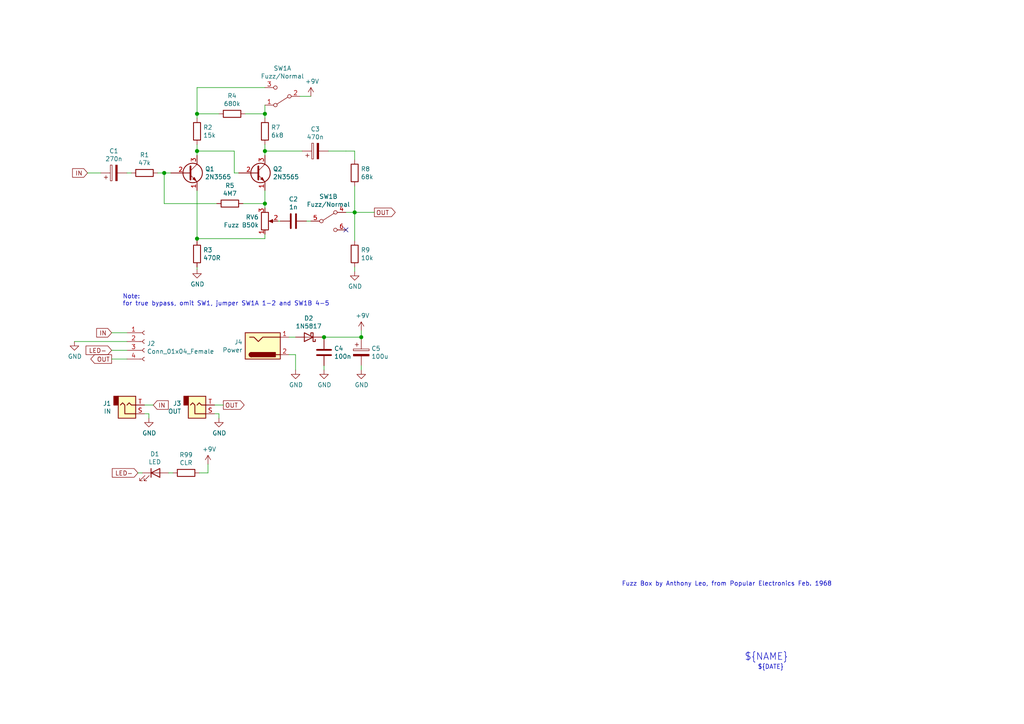
<source format=kicad_sch>
(kicad_sch (version 20200820) (host eeschema "(5.99.0-2965-g3673c2369)")
  (page 1 1)
  (paper "A4")
  (lib_symbols
    (symbol "Connector:AudioJack2" (pin_names (offset 0.508))
      (property "Reference" "J" (at 0 8.89 0))
      (property "Value" "AudioJack2" (at 0 6.35 0))
      (symbol "AudioJack2_0_1"
        (rectangle (start -3.81 0) (end -2.54 -2.54) (stroke (width 0.254)) (fill (type outline)))
        (rectangle (start -2.54 3.81) (end 2.54 -2.54) (stroke (width 0.254)) (fill (type background)))
        (polyline (pts (xy 0 0) (xy 0.635 -0.635) (xy 1.27 0) (xy 2.54 0)) (stroke (width 0.254)))
        (polyline (pts (xy 2.54 2.54) (xy -0.635 2.54) (xy -0.635 0) (xy -1.27 -0.635) (xy -1.905 0)) (stroke (width 0.254)))
      )
      (symbol "AudioJack2_1_1"
        (pin passive line (at 5.08 2.54 180) (length 2.54) (name "~") (number "S"))
        (pin passive line (at 5.08 0 180) (length 2.54) (name "~") (number "T"))
      )
    )
    (symbol "Connector:Conn_01x04_Female" (pin_names hide)
      (property "Reference" "J" (at 0 5.08 0))
      (property "Value" "Conn_01x04_Female" (at 0 -7.62 0))
      (symbol "Conn_01x04_Female_1_1"
        (arc (start 0 -4.572) (end 0 -5.588) (radius (at 0 -5.08) (length 0.508) (angles 90.1 -90.1)) (stroke (width 0.1524)))
        (arc (start 0 -2.032) (end 0 -3.048) (radius (at 0 -2.54) (length 0.508) (angles 90.1 -90.1)) (stroke (width 0.1524)))
        (arc (start 0 0.508) (end 0 -0.508) (radius (at 0 0) (length 0.508) (angles 90.1 -90.1)) (stroke (width 0.1524)))
        (arc (start 0 3.048) (end 0 2.032) (radius (at 0 2.54) (length 0.508) (angles 90.1 -90.1)) (stroke (width 0.1524)))
        (polyline (pts (xy -1.27 -5.08) (xy -0.508 -5.08)) (stroke (width 0.1524)))
        (polyline (pts (xy -1.27 -2.54) (xy -0.508 -2.54)) (stroke (width 0.1524)))
        (polyline (pts (xy -1.27 0) (xy -0.508 0)) (stroke (width 0.1524)))
        (polyline (pts (xy -1.27 2.54) (xy -0.508 2.54)) (stroke (width 0.1524)))
        (pin passive line (at -5.08 2.54 0) (length 3.81) (name "Pin_1") (number "1"))
        (pin passive line (at -5.08 0 0) (length 3.81) (name "Pin_2") (number "2"))
        (pin passive line (at -5.08 -2.54 0) (length 3.81) (name "Pin_3") (number "3"))
        (pin passive line (at -5.08 -5.08 0) (length 3.81) (name "Pin_4") (number "4"))
      )
    )
    (symbol "Device:C" (pin_numbers hide) (pin_names (offset 0.254))
      (property "Reference" "C" (at 0.635 2.54 0))
      (property "Value" "C" (at 0.635 -2.54 0))
      (symbol "C_0_1"
        (polyline (pts (xy -2.032 -0.762) (xy 2.032 -0.762)) (stroke (width 0.508)))
        (polyline (pts (xy -2.032 0.762) (xy 2.032 0.762)) (stroke (width 0.508)))
      )
      (symbol "C_1_1"
        (pin passive line (at 0 3.81 270) (length 2.794) (name "~") (number "1"))
        (pin passive line (at 0 -3.81 90) (length 2.794) (name "~") (number "2"))
      )
    )
    (symbol "Device:CP" (pin_numbers hide) (pin_names (offset 0.254))
      (property "Reference" "C" (at 0.635 2.54 0))
      (property "Value" "CP" (at 0.635 -2.54 0))
      (symbol "CP_0_1"
        (rectangle (start -2.286 0.508) (end 2.286 1.016))
        (rectangle (start 2.286 -0.508) (end -2.286 -1.016) (fill (type outline)))
        (polyline (pts (xy -1.778 2.286) (xy -0.762 2.286)))
        (polyline (pts (xy -1.27 2.794) (xy -1.27 1.778)))
      )
      (symbol "CP_1_1"
        (pin passive line (at 0 3.81 270) (length 2.794) (name "~") (number "1"))
        (pin passive line (at 0 -3.81 90) (length 2.794) (name "~") (number "2"))
      )
    )
    (symbol "Device:LED" (pin_numbers hide) (pin_names hide)
      (property "Reference" "D" (at 0 2.54 0))
      (property "Value" "LED" (at 0 -2.54 0))
      (symbol "LED_0_1"
        (polyline (pts (xy -1.27 -1.27) (xy -1.27 1.27)) (stroke (width 0.254)))
        (polyline (pts (xy -1.27 0) (xy 1.27 0)))
        (polyline (pts (xy 1.27 -1.27) (xy 1.27 1.27) (xy -1.27 0) (xy 1.27 -1.27)) (stroke (width 0.254)))
        (polyline (pts (xy -3.048 -0.762) (xy -4.572 -2.286) (xy -3.81 -2.286) (xy -4.572 -2.286) (xy -4.572 -1.524)))
        (polyline (pts (xy -1.778 -0.762) (xy -3.302 -2.286) (xy -2.54 -2.286) (xy -3.302 -2.286) (xy -3.302 -1.524)))
      )
      (symbol "LED_1_1"
        (pin passive line (at -3.81 0 0) (length 2.54) (name "K") (number "1"))
        (pin passive line (at 3.81 0 180) (length 2.54) (name "A") (number "2"))
      )
    )
    (symbol "Device:R" (pin_numbers hide) (pin_names (offset 0))
      (property "Reference" "R" (at 2.032 0 90))
      (property "Value" "R" (at 0 0 90))
      (symbol "R_0_1"
        (rectangle (start -1.016 -2.54) (end 1.016 2.54) (stroke (width 0.254)))
      )
      (symbol "R_1_1"
        (pin passive line (at 0 3.81 270) (length 1.27) (name "~") (number "1"))
        (pin passive line (at 0 -3.81 90) (length 1.27) (name "~") (number "2"))
      )
    )
    (symbol "Device:R_POT" (pin_names hide)
      (property "Reference" "RV" (at -4.445 0 90))
      (property "Value" "R_POT" (at -2.54 0 90))
      (symbol "R_POT_0_1"
        (rectangle (start 1.016 2.54) (end -1.016 -2.54) (stroke (width 0.254)))
        (polyline (pts (xy 2.54 0) (xy 1.524 0)))
        (polyline (pts (xy 1.143 0) (xy 2.286 0.508) (xy 2.286 -0.508) (xy 1.143 0)) (fill (type outline)))
      )
      (symbol "R_POT_1_1"
        (pin passive line (at 0 3.81 270) (length 1.27) (name "1") (number "1"))
        (pin passive line (at 3.81 0 180) (length 1.27) (name "2") (number "2"))
        (pin passive line (at 0 -3.81 90) (length 1.27) (name "3") (number "3"))
      )
    )
    (symbol "Diode:1N5817" (pin_numbers hide) (pin_names hide)
      (property "Reference" "D" (at 0 2.54 0))
      (property "Value" "1N5817" (at 0 -2.54 0))
      (symbol "1N5817_0_1"
        (polyline (pts (xy 1.27 0) (xy -1.27 0)))
        (polyline (pts (xy 1.27 1.27) (xy 1.27 -1.27) (xy -1.27 0) (xy 1.27 1.27)) (stroke (width 0.254)))
        (polyline (pts (xy -1.905 0.635) (xy -1.905 1.27) (xy -1.27 1.27) (xy -1.27 -1.27) (xy -0.635 -1.27) (xy -0.635 -0.635)) (stroke (width 0.254)))
      )
      (symbol "1N5817_1_1"
        (pin passive line (at -3.81 0 0) (length 2.54) (name "K") (number "1"))
        (pin passive line (at 3.81 0 180) (length 2.54) (name "A") (number "2"))
      )
    )
    (symbol "Switch:SW_DPDT_x2" (pin_names (offset 0) hide)
      (property "Reference" "SW" (at 0 4.318 0))
      (property "Value" "SW_DPDT_x2" (at 0 -5.08 0))
      (symbol "SW_DPDT_x2_0_0"
        (circle (center -2.032 0) (radius 0.508))
        (circle (center 2.032 -2.54) (radius 0.508))
      )
      (symbol "SW_DPDT_x2_0_1"
        (circle (center 2.032 2.54) (radius 0.508))
        (polyline (pts (xy -1.524 0.254) (xy 1.651 2.286)))
      )
      (symbol "SW_DPDT_x2_1_1"
        (pin passive line (at 5.08 2.54 180) (length 2.54) (name "A") (number "1"))
        (pin passive line (at -5.08 0 0) (length 2.54) (name "B") (number "2"))
        (pin passive line (at 5.08 -2.54 180) (length 2.54) (name "C") (number "3"))
      )
      (symbol "SW_DPDT_x2_2_1"
        (pin passive line (at 5.08 2.54 180) (length 2.54) (name "A") (number "4"))
        (pin passive line (at -5.08 0 0) (length 2.54) (name "B") (number "5"))
        (pin passive line (at 5.08 -2.54 180) (length 2.54) (name "C") (number "6"))
      )
    )
    (symbol "Transistor_BJT:2N2219" (pin_names (offset 0) hide)
      (property "Reference" "Q" (at 5.08 1.905 0))
      (property "Value" "2N2219" (at 5.08 0 0))
      (symbol "2N2219_0_1"
        (circle (center 1.27 0) (radius 2.8194) (stroke (width 0.254)))
        (polyline (pts (xy 0.635 0.635) (xy 2.54 2.54)))
        (polyline (pts (xy 0.635 -0.635) (xy 2.54 -2.54) (xy 2.54 -2.54)))
        (polyline (pts (xy 0.635 1.905) (xy 0.635 -1.905) (xy 0.635 -1.905)) (stroke (width 0.508)))
        (polyline (pts (xy 1.27 -1.778) (xy 1.778 -1.27) (xy 2.286 -2.286) (xy 1.27 -1.778) (xy 1.27 -1.778)) (fill (type outline)))
      )
      (symbol "2N2219_1_1"
        (pin passive line (at 2.54 -5.08 90) (length 2.54) (name "E") (number "1"))
        (pin passive line (at -5.08 0 0) (length 5.715) (name "B") (number "2"))
        (pin passive line (at 2.54 5.08 270) (length 2.54) (name "C") (number "3"))
      )
    )
    (symbol "power:+9V" (power) (pin_names (offset 0))
      (property "Value" "+9V" (at 0 3.556 0))
      (symbol "+9V_0_1"
        (polyline (pts (xy -0.762 1.27) (xy 0 2.54)))
        (polyline (pts (xy 0 0) (xy 0 2.54)))
        (polyline (pts (xy 0 2.54) (xy 0.762 1.27)))
      )
      (symbol "+9V_1_1"
        (pin power_in line (at 0 0 90) (length 0) hide (name "+9V") (number "1"))
      )
    )
    (symbol "power:GND" (power) (pin_names (offset 0))
      (property "Value" "GND" (at 0 -3.81 0))
      (symbol "GND_0_1"
        (polyline (pts (xy 0 0) (xy 0 -1.27) (xy 1.27 -1.27) (xy 0 -2.54) (xy -1.27 -1.27) (xy 0 -1.27)))
      )
      (symbol "GND_1_1"
        (pin power_in line (at 0 0 270) (length 0) hide (name "GND") (number "1"))
      )
    )
    (symbol "rockola_symbols:Power_Pedal_BarrelJack"
      (property "Reference" "J" (at 0 5.334 0))
      (property "Value" "Power_Pedal_BarrelJack" (at 0 -5.08 0))
      (symbol "Power_Pedal_BarrelJack_0_1"
        (arc (start -3.302 3.175) (end -3.302 1.905) (radius (at -3.302 2.54) (length 0.635) (angles 90.1 -90.1)) (stroke (width 0.254)) (fill (type outline)))
        (arc (start -3.302 3.175) (end -3.302 1.905) (radius (at -3.302 2.54) (length 0.635) (angles 90.1 -90.1)) (stroke (width 0.254)))
        (rectangle (start -5.08 3.81) (end 5.08 -3.81) (stroke (width 0.254)) (fill (type background)))
        (rectangle (start 3.683 3.175) (end -3.302 1.905) (stroke (width 0.254)) (fill (type outline)))
        (polyline (pts (xy 5.08 2.54) (xy 3.81 2.54)) (stroke (width 0.254)))
        (polyline (pts (xy -3.81 -2.54) (xy -2.54 -2.54) (xy -1.27 -1.27) (xy 0 -2.54) (xy 2.54 -2.54) (xy 5.08 -2.54)) (stroke (width 0.254)))
      )
      (symbol "Power_Pedal_BarrelJack_1_1"
        (pin passive line (at 7.62 2.54 180) (length 2.54) (name "~") (number "2"))
        (pin passive line (at 7.62 -2.54 180) (length 2.54) (name "~") (number "1"))
      )
    )
  )
  (junction (at 47.625 50.165) (diameter 1.016))
  (junction (at 57.15 33.02) (diameter 1.016))
  (junction (at 57.15 43.815) (diameter 1.016))
  (junction (at 57.15 69.215) (diameter 1.016))
  (junction (at 76.835 33.02) (diameter 1.016))
  (junction (at 76.835 43.815) (diameter 1.016))
  (junction (at 76.835 59.055) (diameter 1.016))
  (junction (at 93.98 97.79) (diameter 1.016))
  (junction (at 102.87 61.595) (diameter 1.016))
  (junction (at 104.775 97.79) (diameter 1.016))
  (no_connect (at 100.33 66.675))
  (wire (pts (xy 21.59 99.06) (xy 36.83 99.06)))
  (wire (pts (xy 25.4 50.165) (xy 29.21 50.165)))
  (wire (pts (xy 32.385 96.52) (xy 36.83 96.52)))
  (wire (pts (xy 32.385 101.6) (xy 36.83 101.6)))
  (wire (pts (xy 32.385 104.14) (xy 36.83 104.14)))
  (wire (pts (xy 36.83 50.165) (xy 38.1 50.165)))
  (wire (pts (xy 40.005 137.16) (xy 41.275 137.16)))
  (wire (pts (xy 41.91 117.475) (xy 44.45 117.475)))
  (wire (pts (xy 43.18 120.015) (xy 41.91 120.015)))
  (wire (pts (xy 43.18 121.285) (xy 43.18 120.015)))
  (wire (pts (xy 45.72 50.165) (xy 47.625 50.165)))
  (wire (pts (xy 47.625 50.165) (xy 47.625 59.055)))
  (wire (pts (xy 47.625 50.165) (xy 49.53 50.165)))
  (wire (pts (xy 47.625 59.055) (xy 62.865 59.055)))
  (wire (pts (xy 48.895 137.16) (xy 50.165 137.16)))
  (wire (pts (xy 57.15 25.4) (xy 57.15 33.02)))
  (wire (pts (xy 57.15 33.02) (xy 57.15 34.29)))
  (wire (pts (xy 57.15 41.91) (xy 57.15 43.815)))
  (wire (pts (xy 57.15 43.815) (xy 57.15 45.085)))
  (wire (pts (xy 57.15 55.245) (xy 57.15 69.215)))
  (wire (pts (xy 57.15 69.215) (xy 57.15 69.85)))
  (wire (pts (xy 57.15 77.47) (xy 57.15 78.105)))
  (wire (pts (xy 60.325 134.62) (xy 60.325 137.16)))
  (wire (pts (xy 60.325 137.16) (xy 57.785 137.16)))
  (wire (pts (xy 62.23 117.475) (xy 64.77 117.475)))
  (wire (pts (xy 63.5 33.02) (xy 57.15 33.02)))
  (wire (pts (xy 63.5 120.015) (xy 62.23 120.015)))
  (wire (pts (xy 63.5 121.285) (xy 63.5 120.015)))
  (wire (pts (xy 67.945 43.815) (xy 57.15 43.815)))
  (wire (pts (xy 67.945 50.165) (xy 67.945 43.815)))
  (wire (pts (xy 69.215 50.165) (xy 67.945 50.165)))
  (wire (pts (xy 70.485 59.055) (xy 76.835 59.055)))
  (wire (pts (xy 76.835 25.4) (xy 57.15 25.4)))
  (wire (pts (xy 76.835 30.48) (xy 76.835 33.02)))
  (wire (pts (xy 76.835 33.02) (xy 71.12 33.02)))
  (wire (pts (xy 76.835 34.29) (xy 76.835 33.02)))
  (wire (pts (xy 76.835 41.91) (xy 76.835 43.815)))
  (wire (pts (xy 76.835 43.815) (xy 76.835 45.085)))
  (wire (pts (xy 76.835 43.815) (xy 87.63 43.815)))
  (wire (pts (xy 76.835 55.245) (xy 76.835 59.055)))
  (wire (pts (xy 76.835 59.055) (xy 76.835 60.325)))
  (wire (pts (xy 76.835 67.945) (xy 76.835 69.215)))
  (wire (pts (xy 76.835 69.215) (xy 57.15 69.215)))
  (wire (pts (xy 80.645 64.135) (xy 81.28 64.135)))
  (wire (pts (xy 83.82 97.79) (xy 85.725 97.79)))
  (wire (pts (xy 85.725 102.87) (xy 83.82 102.87)))
  (wire (pts (xy 85.725 107.315) (xy 85.725 102.87)))
  (wire (pts (xy 86.995 27.94) (xy 90.17 27.94)))
  (wire (pts (xy 88.9 64.135) (xy 90.17 64.135)))
  (wire (pts (xy 93.345 97.79) (xy 93.98 97.79)))
  (wire (pts (xy 93.98 97.79) (xy 93.98 98.425)))
  (wire (pts (xy 93.98 97.79) (xy 104.775 97.79)))
  (wire (pts (xy 93.98 106.045) (xy 93.98 107.315)))
  (wire (pts (xy 100.33 43.815) (xy 95.25 43.815)))
  (wire (pts (xy 100.33 61.595) (xy 102.87 61.595)))
  (wire (pts (xy 102.87 43.815) (xy 100.33 43.815)))
  (wire (pts (xy 102.87 46.355) (xy 102.87 43.815)))
  (wire (pts (xy 102.87 53.975) (xy 102.87 61.595)))
  (wire (pts (xy 102.87 61.595) (xy 102.87 69.85)))
  (wire (pts (xy 102.87 61.595) (xy 108.585 61.595)))
  (wire (pts (xy 102.87 77.47) (xy 102.87 78.74)))
  (wire (pts (xy 104.775 95.885) (xy 104.775 97.79)))
  (wire (pts (xy 104.775 97.79) (xy 104.775 98.425)))
  (wire (pts (xy 104.775 106.045) (xy 104.775 107.315)))
  (text "Note:\nfor true bypass, omit SW1, jumper SW1A 1-2 and SW1B 4-5" (at 35.56 88.9 0) (effects (font (size 1.27 1.27)) (justify left bottom)))
  (text "${DATE}" (at 227.33 194.31 180) (effects (font (size 1.27 1.27)) (justify right bottom)))
  (text "${NAME}" (at 228.6 191.77 180) (effects (font (size 2 2)) (justify right bottom)))
  (text "Fuzz Box by Anthony Leo, from Popular Electronics Feb. 1968" (at 241.3 170.18 0) (effects (font (size 1.27 1.27)) (justify right bottom)))
  (text "${REVISION}" (at 280.67 194.31 180) (effects (font (size 1.27 1.27)) (justify right bottom)))
  (global_label "IN" (shape input) (at 25.4 50.165 180))
  (global_label "IN" (shape input) (at 32.385 96.52 180))
  (global_label "LED-" (shape input) (at 32.385 101.6 180))
  (global_label "OUT" (shape output) (at 32.385 104.14 180))
  (global_label "LED-" (shape input) (at 40.005 137.16 180))
  (global_label "IN" (shape input) (at 44.45 117.475 0))
  (global_label "OUT" (shape output) (at 64.77 117.475 0))
  (global_label "OUT" (shape output) (at 108.585 61.595 0))
  (symbol (lib_id "power:+9V") (at 60.325 134.62 0) (unit 1)
    (property "Reference" "#PWR06" (effects hide))
    (property "Value" "+9V" (at 60.6933 130.2956 0))
  )
  (symbol (lib_id "power:+9V") (at 90.17 27.94 0) (unit 1)
    (property "Reference" "#PWR05" (effects hide))
    (property "Value" "+9V" (at 90.5383 23.6156 0))
  )
  (symbol (lib_id "power:+9V") (at 104.775 95.885 0) (unit 1)
    (property "Reference" "#PWR0101" (effects hide))
    (property "Value" "+9V" (at 105.1433 91.5606 0))
  )
  (symbol (lib_id "power:GND") (at 21.59 99.06 0) (unit 1)
    (property "Reference" "#PWR01" (effects hide))
    (property "Value" "GND" (at 21.7043 103.3844 0))
  )
  (symbol (lib_id "power:GND") (at 43.18 121.285 0) (unit 1)
    (property "Reference" "#PWR02" (effects hide))
    (property "Value" "GND" (at 43.2943 125.6094 0))
  )
  (symbol (lib_id "power:GND") (at 57.15 78.105 0) (unit 1)
    (property "Reference" "#PWR03" (effects hide))
    (property "Value" "GND" (at 57.2643 82.4294 0))
  )
  (symbol (lib_id "power:GND") (at 63.5 121.285 0) (unit 1)
    (property "Reference" "#PWR04" (effects hide))
    (property "Value" "GND" (at 63.6143 125.6094 0))
  )
  (symbol (lib_id "power:GND") (at 85.725 107.315 0) (unit 1)
    (property "Reference" "#PWR0102" (effects hide))
    (property "Value" "GND" (at 85.8393 111.6394 0))
  )
  (symbol (lib_id "power:GND") (at 93.98 107.315 0) (unit 1)
    (property "Reference" "#PWR0103" (effects hide))
    (property "Value" "GND" (at 94.0943 111.6394 0))
  )
  (symbol (lib_id "power:GND") (at 102.87 78.74 0) (unit 1)
    (property "Reference" "#PWR07" (effects hide))
    (property "Value" "GND" (at 102.9843 83.0644 0))
  )
  (symbol (lib_id "power:GND") (at 104.775 107.315 0) (unit 1)
    (property "Reference" "#PWR0104" (effects hide))
    (property "Value" "GND" (at 104.8893 111.6394 0))
  )
  (symbol (lib_id "Device:R") (at 41.91 50.165 90) (unit 1)
    (property "Reference" "R1" (at 41.91 44.9388 90))
    (property "Value" "47k" (at 41.91 47.2375 90))
    (property "Footprint" "rockola_kicad_footprints:R_DIN0207" (effects hide))
  )
  (symbol (lib_id "Device:R") (at 53.975 137.16 90) (unit 1)
    (property "Reference" "R99" (at 53.975 131.9338 90))
    (property "Value" "CLR" (at 53.975 134.2325 90))
    (property "Footprint" "rockola_kicad_footprints:R_DIN0207" (effects hide))
  )
  (symbol (lib_id "Device:R") (at 57.15 38.1 0) (unit 1)
    (property "Reference" "R2" (at 58.9281 36.9506 0) (effects (justify left)))
    (property "Value" "15k" (at 58.9281 39.2493 0) (effects (justify left)))
    (property "Footprint" "rockola_kicad_footprints:R_DIN0207" (effects hide))
  )
  (symbol (lib_id "Device:R") (at 57.15 73.66 0) (unit 1)
    (property "Reference" "R3" (at 58.9281 72.5106 0) (effects (justify left)))
    (property "Value" "470R" (at 58.9281 74.8093 0) (effects (justify left)))
    (property "Footprint" "rockola_kicad_footprints:R_DIN0207" (effects hide))
  )
  (symbol (lib_id "Device:R") (at 66.675 59.055 90) (unit 1)
    (property "Reference" "R5" (at 66.675 53.8288 90))
    (property "Value" "4M7" (at 66.675 56.1275 90))
    (property "Footprint" "rockola_kicad_footprints:R_DIN0207" (effects hide))
  )
  (symbol (lib_id "Device:R") (at 67.31 33.02 90) (unit 1)
    (property "Reference" "R4" (at 67.31 27.7938 90))
    (property "Value" "680k" (at 67.31 30.0925 90))
    (property "Footprint" "rockola_kicad_footprints:R_DIN0207" (effects hide))
  )
  (symbol (lib_id "Device:R") (at 76.835 38.1 0) (unit 1)
    (property "Reference" "R7" (at 78.6131 36.9506 0) (effects (justify left)))
    (property "Value" "6k8" (at 78.6131 39.2493 0) (effects (justify left)))
    (property "Footprint" "rockola_kicad_footprints:R_DIN0207" (effects hide))
  )
  (symbol (lib_id "Device:R") (at 102.87 50.165 0) (unit 1)
    (property "Reference" "R8" (at 104.6481 49.0156 0) (effects (justify left)))
    (property "Value" "68k" (at 104.6481 51.3143 0) (effects (justify left)))
    (property "Footprint" "rockola_kicad_footprints:R_DIN0207" (effects hide))
  )
  (symbol (lib_id "Device:R") (at 102.87 73.66 0) (unit 1)
    (property "Reference" "R9" (at 104.6481 72.5106 0) (effects (justify left)))
    (property "Value" "10k" (at 104.6481 74.8093 0) (effects (justify left)))
    (property "Footprint" "rockola_kicad_footprints:R_DIN0207" (effects hide))
  )
  (symbol (lib_id "Diode:1N5817") (at 89.535 97.79 180) (unit 1)
    (property "Reference" "D2" (at 89.535 92.3098 0))
    (property "Value" "1N5817" (at 89.535 94.6085 0))
    (property "Footprint" "Diode_THT:D_DO-41_SOD81_P10.16mm_Horizontal" (effects hide))
    (property "Datasheet" "http://www.vishay.com/docs/88525/1n5817.pdf" (effects hide))
  )
  (symbol (lib_id "Device:LED") (at 45.085 137.16 0) (unit 1)
    (property "Reference" "D1" (at 44.8945 131.6798 0))
    (property "Value" "LED" (at 44.8945 133.9785 0))
    (property "Footprint" "rockola_kicad_footprints:LED.3mm" (effects hide))
  )
  (symbol (lib_id "Device:CP") (at 33.02 50.165 90) (unit 1)
    (property "Reference" "C1" (at 33.02 43.7958 90))
    (property "Value" "270n" (at 33.02 46.0945 90))
    (property "Footprint" "rockola_kicad_footprints:C_Box_7.2_2.5" (effects hide))
  )
  (symbol (lib_id "Device:C") (at 85.09 64.135 90) (unit 1)
    (property "Reference" "C2" (at 85.09 57.7658 90))
    (property "Value" "1n" (at 85.09 60.0645 90))
    (property "Footprint" "rockola_kicad_footprints:C_Box_7.2_2.5" (effects hide))
  )
  (symbol (lib_id "Device:CP") (at 91.44 43.815 90) (unit 1)
    (property "Reference" "C3" (at 91.44 37.4458 90))
    (property "Value" "470n" (at 91.44 39.7445 90))
    (property "Footprint" "rockola_kicad_footprints:C_Box_7.2_2.5" (effects hide))
  )
  (symbol (lib_id "Device:C") (at 93.98 102.235 0) (unit 1)
    (property "Reference" "C4" (at 96.9011 101.0856 0) (effects (justify left)))
    (property "Value" "100n" (at 96.9011 103.3843 0) (effects (justify left)))
    (property "Footprint" "rockola_kicad_footprints:C_Box_7.2_2.5" (effects hide))
  )
  (symbol (lib_id "Device:CP") (at 104.775 102.235 0) (unit 1)
    (property "Reference" "C5" (at 107.6961 101.0856 0) (effects (justify left)))
    (property "Value" "100u" (at 107.6961 103.3843 0) (effects (justify left)))
    (property "Footprint" "rockola_kicad_footprints:CP_D5.0_P2.50" (effects hide))
  )
  (symbol (lib_id "Device:R_POT") (at 76.835 64.135 0) (mirror x) (unit 1)
    (property "Reference" "RV6" (at 75.0569 62.9856 0) (effects (justify right)))
    (property "Value" "Fuzz B50k" (at 75.0569 65.2843 0) (effects (justify right)))
    (property "Footprint" "potentiometers:16MM_B.MOUNT" (effects hide))
  )
  (symbol (lib_id "Connector:Conn_01x04_Female") (at 41.91 99.06 0) (unit 1)
    (property "Reference" "J2" (at 42.6213 99.6378 0) (effects (justify left)))
    (property "Value" "Conn_01x04_Female" (at 42.6213 101.9365 0) (effects (justify left)))
    (property "Footprint" "rockola_kicad_footprints:Stomp_4pin" (effects hide))
  )
  (symbol (lib_id "Connector:AudioJack2") (at 36.83 117.475 0) (mirror x) (unit 1)
    (property "Reference" "J1" (at 32.2579 117.0114 0) (effects (justify right)))
    (property "Value" "IN" (at 32.2579 119.3101 0) (effects (justify right)))
    (property "Footprint" "rockola_kicad_footprints:2PADS_TipSleeve" (effects hide))
  )
  (symbol (lib_id "Connector:AudioJack2") (at 57.15 117.475 0) (mirror x) (unit 1)
    (property "Reference" "J3" (at 52.5779 117.0114 0) (effects (justify right)))
    (property "Value" "OUT" (at 52.578 119.31 0) (effects (justify right)))
    (property "Footprint" "rockola_kicad_footprints:2PADS_TipSleeve" (effects hide))
  )
  (symbol (lib_id "Switch:SW_DPDT_x2") (at 81.915 27.94 180) (unit 1)
    (property "Reference" "SW1" (at 81.915 19.818 0))
    (property "Value" "Fuzz/Normal" (at 81.915 22.117 0))
    (property "Footprint" "switches:DPDT.WIRE" (effects hide))
  )
  (symbol (lib_id "Switch:SW_DPDT_x2") (at 95.25 64.135 0) (unit 2)
    (property "Reference" "SW1" (at 95.25 57.004 0))
    (property "Value" "Fuzz/Normal" (at 95.25 59.3025 0))
    (property "Footprint" "switches:DPDT.WIRE" (effects hide))
  )
  (symbol (lib_id "rockola_symbols:Power_Pedal_BarrelJack") (at 76.2 100.33 0) (mirror x) (unit 1)
    (property "Reference" "J4" (at 70.358 99.2314 0) (effects (justify right)))
    (property "Value" "Power" (at 70.358 101.5301 0) (effects (justify right)))
    (property "Footprint" "rockola_kicad_footprints:Power_Header_2pin" (effects hide))
  )
  (symbol (lib_id "Transistor_BJT:2N2219") (at 54.61 50.165 0) (unit 1)
    (property "Reference" "Q1" (at 59.4615 49.0156 0) (effects (justify left)))
    (property "Value" "2N3565" (at 59.4615 51.3143 0) (effects (justify left)))
    (property "Footprint" "rockola_kicad_footprints:TO92" (effects hide))
  )
  (symbol (lib_id "Transistor_BJT:2N2219") (at 74.295 50.165 0) (unit 1)
    (property "Reference" "Q2" (at 79.1465 49.0156 0) (effects (justify left)))
    (property "Value" "2N3565" (at 79.1465 51.3143 0) (effects (justify left)))
    (property "Footprint" "rockola_kicad_footprints:TO92" (effects hide))
  )
)
</source>
